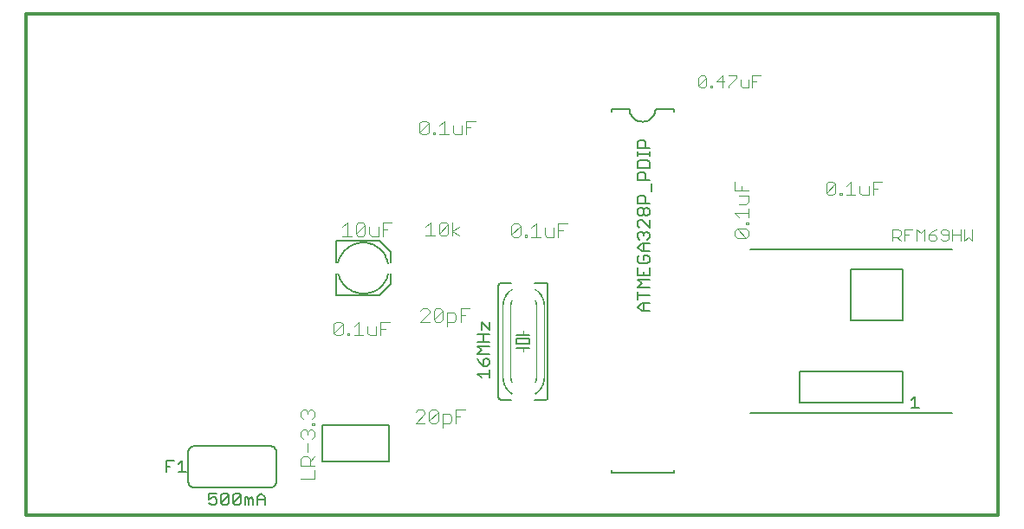
<source format=gto>
G75*
%MOIN*%
%OFA0B0*%
%FSLAX24Y24*%
%IPPOS*%
%LPD*%
%AMOC8*
5,1,8,0,0,1.08239X$1,22.5*
%
%ADD10C,0.0120*%
%ADD11C,0.0080*%
%ADD12C,0.0050*%
%ADD13C,0.0060*%
%ADD14C,0.0040*%
%ADD15C,0.0002*%
%ADD16C,0.0020*%
D10*
X000160Y000160D02*
X037562Y000160D01*
X037562Y019451D01*
X000160Y019451D01*
X000160Y000160D01*
D11*
X011547Y002208D02*
X014127Y002208D01*
X014127Y003608D01*
X011547Y003608D01*
X011547Y002208D01*
X022681Y001896D02*
X022681Y001796D01*
X025081Y001796D01*
X025081Y001896D01*
X028033Y004096D02*
X035789Y004096D01*
X033879Y004490D02*
X029942Y004490D01*
X029942Y005671D01*
X033879Y005671D01*
X033879Y004490D01*
X033879Y007639D02*
X031911Y007639D01*
X031911Y009608D01*
X033879Y009608D01*
X033879Y007639D01*
X035789Y010395D02*
X028033Y010395D01*
X025081Y015696D02*
X025081Y015796D01*
X024381Y015796D01*
X024379Y015752D01*
X024373Y015709D01*
X024364Y015667D01*
X024351Y015625D01*
X024334Y015585D01*
X024314Y015546D01*
X024291Y015509D01*
X024264Y015475D01*
X024235Y015442D01*
X024202Y015413D01*
X024168Y015386D01*
X024131Y015363D01*
X024092Y015343D01*
X024052Y015326D01*
X024010Y015313D01*
X023968Y015304D01*
X023925Y015298D01*
X023881Y015296D01*
X023837Y015298D01*
X023794Y015304D01*
X023752Y015313D01*
X023710Y015326D01*
X023670Y015343D01*
X023631Y015363D01*
X023594Y015386D01*
X023560Y015413D01*
X023527Y015442D01*
X023498Y015475D01*
X023471Y015509D01*
X023448Y015546D01*
X023428Y015585D01*
X023411Y015625D01*
X023398Y015667D01*
X023389Y015709D01*
X023383Y015752D01*
X023381Y015796D01*
X022681Y015796D01*
X022681Y015696D01*
X014185Y010267D02*
X013752Y010700D01*
X012099Y010700D01*
X012099Y009873D01*
X012099Y009440D02*
X012099Y008613D01*
X013752Y008613D01*
X014185Y009046D01*
X014185Y009460D01*
X014185Y009873D02*
X014185Y010267D01*
X014107Y009459D02*
X014092Y009399D01*
X014074Y009340D01*
X014051Y009282D01*
X014025Y009225D01*
X013996Y009171D01*
X013963Y009118D01*
X013927Y009067D01*
X013888Y009019D01*
X013846Y008973D01*
X013801Y008931D01*
X013754Y008890D01*
X013704Y008854D01*
X013652Y008820D01*
X013598Y008789D01*
X013542Y008762D01*
X013484Y008739D01*
X013425Y008719D01*
X013365Y008703D01*
X013305Y008691D01*
X013243Y008682D01*
X013181Y008678D01*
X013119Y008677D01*
X013057Y008680D01*
X012995Y008688D01*
X012934Y008699D01*
X012874Y008713D01*
X012815Y008732D01*
X012757Y008754D01*
X012700Y008780D01*
X012646Y008809D01*
X012593Y008842D01*
X012542Y008878D01*
X012494Y008917D01*
X012448Y008959D01*
X012405Y009004D01*
X012365Y009051D01*
X012328Y009101D01*
X012294Y009153D01*
X012264Y009207D01*
X012237Y009263D01*
X012213Y009321D01*
X012193Y009380D01*
X012177Y009440D01*
X012177Y009873D02*
X012192Y009932D01*
X012210Y009989D01*
X012232Y010046D01*
X012257Y010101D01*
X012286Y010154D01*
X012318Y010206D01*
X012353Y010255D01*
X012391Y010302D01*
X012432Y010347D01*
X012476Y010389D01*
X012522Y010428D01*
X012570Y010464D01*
X012621Y010498D01*
X012674Y010528D01*
X012728Y010554D01*
X012784Y010578D01*
X012841Y010597D01*
X012900Y010613D01*
X012959Y010626D01*
X013019Y010635D01*
X013079Y010640D01*
X013140Y010641D01*
X013201Y010638D01*
X013261Y010632D01*
X013321Y010622D01*
X013380Y010608D01*
X013438Y010591D01*
X013495Y010570D01*
X013550Y010546D01*
X013604Y010518D01*
X013656Y010487D01*
X013706Y010453D01*
X013754Y010415D01*
X013799Y010375D01*
X013842Y010332D01*
X013882Y010287D01*
X013919Y010239D01*
X013953Y010189D01*
X013984Y010137D01*
X014011Y010083D01*
X014036Y010027D01*
X014056Y009970D01*
X014073Y009912D01*
X014087Y009853D01*
D12*
X017683Y007577D02*
X017984Y007277D01*
X017984Y007577D01*
X017683Y007577D02*
X017683Y007277D01*
X017758Y007117D02*
X017758Y006816D01*
X017533Y006816D02*
X017984Y006816D01*
X017984Y006656D02*
X017533Y006656D01*
X017683Y006506D01*
X017533Y006356D01*
X017984Y006356D01*
X017908Y006196D02*
X017833Y006196D01*
X017758Y006121D01*
X017758Y005896D01*
X017908Y005896D01*
X017984Y005971D01*
X017984Y006121D01*
X017908Y006196D01*
X017608Y006046D02*
X017758Y005896D01*
X017608Y006046D02*
X017533Y006196D01*
X017984Y005735D02*
X017984Y005435D01*
X017984Y005585D02*
X017533Y005585D01*
X017683Y005435D01*
X017533Y007117D02*
X017984Y007117D01*
X023695Y008149D02*
X023846Y008299D01*
X024146Y008299D01*
X023921Y008299D02*
X023921Y007999D01*
X023846Y007999D02*
X023695Y008149D01*
X023846Y007999D02*
X024146Y007999D01*
X024146Y008609D02*
X023695Y008609D01*
X023695Y008459D02*
X023695Y008759D01*
X023695Y008919D02*
X023846Y009070D01*
X023695Y009220D01*
X024146Y009220D01*
X024146Y009380D02*
X024146Y009680D01*
X024071Y009840D02*
X024146Y009915D01*
X024146Y010065D01*
X024071Y010141D01*
X023921Y010141D01*
X023921Y009990D01*
X023770Y009840D02*
X024071Y009840D01*
X023770Y009840D02*
X023695Y009915D01*
X023695Y010065D01*
X023770Y010141D01*
X023846Y010301D02*
X023695Y010451D01*
X023846Y010601D01*
X024146Y010601D01*
X024071Y010761D02*
X024146Y010836D01*
X024146Y010986D01*
X024071Y011061D01*
X023996Y011061D01*
X023921Y010986D01*
X023921Y010911D01*
X023921Y010986D02*
X023846Y011061D01*
X023770Y011061D01*
X023695Y010986D01*
X023695Y010836D01*
X023770Y010761D01*
X023921Y010601D02*
X023921Y010301D01*
X023846Y010301D02*
X024146Y010301D01*
X023695Y009680D02*
X023695Y009380D01*
X024146Y009380D01*
X023921Y009380D02*
X023921Y009530D01*
X024146Y008919D02*
X023695Y008919D01*
X023770Y011221D02*
X023695Y011297D01*
X023695Y011447D01*
X023770Y011522D01*
X023846Y011522D01*
X024146Y011221D01*
X024146Y011522D01*
X024071Y011682D02*
X023996Y011682D01*
X023921Y011757D01*
X023921Y011907D01*
X023996Y011982D01*
X024071Y011982D01*
X024146Y011907D01*
X024146Y011757D01*
X024071Y011682D01*
X023921Y011757D02*
X023846Y011682D01*
X023770Y011682D01*
X023695Y011757D01*
X023695Y011907D01*
X023770Y011982D01*
X023846Y011982D01*
X023921Y011907D01*
X023996Y012142D02*
X023996Y012367D01*
X023921Y012442D01*
X023770Y012442D01*
X023695Y012367D01*
X023695Y012142D01*
X024146Y012142D01*
X024221Y012603D02*
X024221Y012903D01*
X024146Y013063D02*
X023695Y013063D01*
X023695Y013288D01*
X023770Y013363D01*
X023921Y013363D01*
X023996Y013288D01*
X023996Y013063D01*
X024146Y013523D02*
X023695Y013523D01*
X023695Y013749D01*
X023770Y013824D01*
X024071Y013824D01*
X024146Y013749D01*
X024146Y013523D01*
X024146Y013984D02*
X024146Y014134D01*
X024146Y014059D02*
X023695Y014059D01*
X023695Y013984D02*
X023695Y014134D01*
X023695Y014291D02*
X023695Y014516D01*
X023770Y014591D01*
X023921Y014591D01*
X023996Y014516D01*
X023996Y014291D01*
X024146Y014291D02*
X023695Y014291D01*
X006164Y002256D02*
X006164Y001805D01*
X006014Y001805D02*
X006314Y001805D01*
X006014Y002106D02*
X006164Y002256D01*
X005853Y002256D02*
X005553Y002256D01*
X005553Y001805D01*
X005553Y002031D02*
X005703Y002031D01*
X007209Y000986D02*
X007209Y000761D01*
X007360Y000836D01*
X007435Y000836D01*
X007510Y000761D01*
X007510Y000610D01*
X007435Y000535D01*
X007284Y000535D01*
X007209Y000610D01*
X007670Y000610D02*
X007745Y000535D01*
X007895Y000535D01*
X007970Y000610D01*
X007970Y000911D01*
X007670Y000610D01*
X007670Y000911D01*
X007745Y000986D01*
X007895Y000986D01*
X007970Y000911D01*
X008130Y000911D02*
X008205Y000986D01*
X008355Y000986D01*
X008430Y000911D01*
X008130Y000610D01*
X008205Y000535D01*
X008355Y000535D01*
X008430Y000610D01*
X008430Y000911D01*
X008591Y000836D02*
X008666Y000836D01*
X008741Y000761D01*
X008816Y000836D01*
X008891Y000761D01*
X008891Y000535D01*
X008741Y000535D02*
X008741Y000761D01*
X008591Y000836D02*
X008591Y000535D01*
X009051Y000535D02*
X009051Y000836D01*
X009201Y000986D01*
X009351Y000836D01*
X009351Y000535D01*
X009351Y000761D02*
X009051Y000761D01*
X008130Y000610D02*
X008130Y000911D01*
X007510Y000986D02*
X007209Y000986D01*
D13*
X006647Y001210D02*
X009547Y001210D01*
X009577Y001212D01*
X009607Y001217D01*
X009636Y001226D01*
X009663Y001239D01*
X009689Y001254D01*
X009713Y001273D01*
X009734Y001294D01*
X009753Y001318D01*
X009768Y001344D01*
X009781Y001371D01*
X009790Y001400D01*
X009795Y001430D01*
X009797Y001460D01*
X009797Y002560D01*
X009795Y002590D01*
X009790Y002620D01*
X009781Y002649D01*
X009768Y002676D01*
X009753Y002702D01*
X009734Y002726D01*
X009713Y002747D01*
X009689Y002766D01*
X009663Y002781D01*
X009636Y002794D01*
X009607Y002803D01*
X009577Y002808D01*
X009547Y002810D01*
X006647Y002810D01*
X006617Y002808D01*
X006587Y002803D01*
X006558Y002794D01*
X006531Y002781D01*
X006505Y002766D01*
X006481Y002747D01*
X006460Y002726D01*
X006441Y002702D01*
X006426Y002676D01*
X006413Y002649D01*
X006404Y002620D01*
X006399Y002590D01*
X006397Y002560D01*
X006397Y001460D01*
X006399Y001430D01*
X006404Y001400D01*
X006413Y001371D01*
X006426Y001344D01*
X006441Y001318D01*
X006460Y001294D01*
X006481Y001273D01*
X006505Y001254D01*
X006531Y001239D01*
X006558Y001226D01*
X006587Y001217D01*
X006617Y001212D01*
X006647Y001210D01*
X018345Y004692D02*
X018345Y008992D01*
X018347Y009009D01*
X018351Y009026D01*
X018358Y009042D01*
X018368Y009056D01*
X018381Y009069D01*
X018395Y009079D01*
X018411Y009086D01*
X018428Y009090D01*
X018445Y009092D01*
X018845Y009092D01*
X019745Y009092D02*
X020145Y009092D01*
X020162Y009090D01*
X020179Y009086D01*
X020195Y009079D01*
X020209Y009069D01*
X020222Y009056D01*
X020232Y009042D01*
X020239Y009026D01*
X020243Y009009D01*
X020245Y008992D01*
X020245Y004692D01*
X020243Y004675D01*
X020239Y004658D01*
X020232Y004642D01*
X020222Y004628D01*
X020209Y004615D01*
X020195Y004605D01*
X020179Y004598D01*
X020162Y004594D01*
X020145Y004592D01*
X019745Y004592D01*
X018845Y004592D02*
X018445Y004592D01*
X018428Y004594D01*
X018411Y004598D01*
X018395Y004605D01*
X018381Y004615D01*
X018368Y004628D01*
X018358Y004642D01*
X018351Y004658D01*
X018347Y004675D01*
X018345Y004692D01*
X019045Y006592D02*
X019295Y006592D01*
X019545Y006592D01*
X019545Y006742D02*
X019045Y006742D01*
X019045Y006942D01*
X019545Y006942D01*
X019545Y006742D01*
X019545Y007092D02*
X019295Y007092D01*
X019045Y007092D01*
X034230Y004569D02*
X034377Y004716D01*
X034377Y004276D01*
X034230Y004276D02*
X034524Y004276D01*
D14*
X034426Y010703D02*
X034426Y011163D01*
X034580Y011010D01*
X034733Y011163D01*
X034733Y010703D01*
X034887Y010779D02*
X034963Y010703D01*
X035117Y010703D01*
X035194Y010779D01*
X035194Y010856D01*
X035117Y010933D01*
X034887Y010933D01*
X034887Y010779D01*
X034887Y010933D02*
X035040Y011086D01*
X035194Y011163D01*
X035347Y011086D02*
X035347Y011010D01*
X035424Y010933D01*
X035654Y010933D01*
X035654Y011086D02*
X035654Y010779D01*
X035577Y010703D01*
X035424Y010703D01*
X035347Y010779D01*
X035808Y010703D02*
X035808Y011163D01*
X035654Y011086D02*
X035577Y011163D01*
X035424Y011163D01*
X035347Y011086D01*
X035808Y010933D02*
X036114Y010933D01*
X036114Y011163D02*
X036114Y010703D01*
X036268Y010703D02*
X036421Y010856D01*
X036575Y010703D01*
X036575Y011163D01*
X036268Y011163D02*
X036268Y010703D01*
X034273Y011163D02*
X033966Y011163D01*
X033966Y010703D01*
X033813Y010703D02*
X033659Y010856D01*
X033736Y010856D02*
X033506Y010856D01*
X033506Y010703D02*
X033506Y011163D01*
X033736Y011163D01*
X033813Y011086D01*
X033813Y010933D01*
X033736Y010856D01*
X033966Y010933D02*
X034119Y010933D01*
X032754Y012467D02*
X032754Y012988D01*
X033101Y012988D01*
X032585Y012814D02*
X032585Y012467D01*
X032325Y012467D01*
X032238Y012554D01*
X032238Y012814D01*
X031896Y012988D02*
X031896Y012467D01*
X031723Y012467D02*
X032070Y012467D01*
X032754Y012728D02*
X032928Y012728D01*
X031896Y012988D02*
X031723Y012814D01*
X031552Y012554D02*
X031552Y012467D01*
X031465Y012467D01*
X031465Y012554D01*
X031552Y012554D01*
X031296Y012554D02*
X031210Y012467D01*
X031036Y012467D01*
X030949Y012554D01*
X031296Y012901D01*
X031296Y012554D01*
X030949Y012554D02*
X030949Y012901D01*
X031036Y012988D01*
X031210Y012988D01*
X031296Y012901D01*
X027946Y012632D02*
X027426Y012632D01*
X027426Y012979D01*
X027686Y012805D02*
X027686Y012632D01*
X027599Y012463D02*
X027946Y012463D01*
X027946Y012203D01*
X027860Y012116D01*
X027599Y012116D01*
X027426Y011774D02*
X027946Y011774D01*
X027946Y011947D02*
X027946Y011600D01*
X027946Y011429D02*
X027860Y011429D01*
X027860Y011343D01*
X027946Y011343D01*
X027946Y011429D01*
X027599Y011600D02*
X027426Y011774D01*
X027513Y011174D02*
X027860Y010827D01*
X027946Y010914D01*
X027946Y011087D01*
X027860Y011174D01*
X027513Y011174D01*
X027426Y011087D01*
X027426Y010914D01*
X027513Y010827D01*
X027860Y010827D01*
X020986Y011381D02*
X020639Y011381D01*
X020639Y010861D01*
X020471Y010861D02*
X020471Y011208D01*
X020639Y011121D02*
X020813Y011121D01*
X020471Y010861D02*
X020210Y010861D01*
X020124Y010948D01*
X020124Y011208D01*
X019782Y011381D02*
X019782Y010861D01*
X019955Y010861D02*
X019608Y010861D01*
X019437Y010861D02*
X019350Y010861D01*
X019350Y010948D01*
X019437Y010948D01*
X019437Y010861D01*
X019182Y010948D02*
X019095Y010861D01*
X018921Y010861D01*
X018835Y010948D01*
X019182Y011295D01*
X019182Y010948D01*
X018835Y010948D02*
X018835Y011295D01*
X018921Y011381D01*
X019095Y011381D01*
X019182Y011295D01*
X019608Y011208D02*
X019782Y011381D01*
X016833Y011246D02*
X016573Y011073D01*
X016833Y010899D01*
X016573Y010899D02*
X016573Y011420D01*
X016404Y011333D02*
X016317Y011420D01*
X016144Y011420D01*
X016057Y011333D01*
X016057Y010986D01*
X016404Y011333D01*
X016404Y010986D01*
X016317Y010899D01*
X016144Y010899D01*
X016057Y010986D01*
X015888Y010899D02*
X015541Y010899D01*
X015715Y010899D02*
X015715Y011420D01*
X015541Y011246D01*
X014236Y011417D02*
X013889Y011417D01*
X013889Y010897D01*
X013720Y010897D02*
X013720Y011244D01*
X013889Y011157D02*
X014063Y011157D01*
X013720Y010897D02*
X013460Y010897D01*
X013373Y010984D01*
X013373Y011244D01*
X013205Y011331D02*
X012858Y010984D01*
X012945Y010897D01*
X013118Y010897D01*
X013205Y010984D01*
X013205Y011331D01*
X013118Y011417D01*
X012945Y011417D01*
X012858Y011331D01*
X012858Y010984D01*
X012689Y010897D02*
X012342Y010897D01*
X012516Y010897D02*
X012516Y011417D01*
X012342Y011244D01*
X015419Y008117D02*
X015332Y008031D01*
X015419Y008117D02*
X015592Y008117D01*
X015679Y008031D01*
X015679Y007944D01*
X015332Y007597D01*
X015679Y007597D01*
X015848Y007684D02*
X016195Y008031D01*
X016195Y007684D01*
X016108Y007597D01*
X015934Y007597D01*
X015848Y007684D01*
X015848Y008031D01*
X015934Y008117D01*
X016108Y008117D01*
X016195Y008031D01*
X016363Y007944D02*
X016623Y007944D01*
X016710Y007857D01*
X016710Y007684D01*
X016623Y007597D01*
X016363Y007597D01*
X016363Y007423D02*
X016363Y007944D01*
X016879Y007857D02*
X017052Y007857D01*
X016879Y007597D02*
X016879Y008117D01*
X017226Y008117D01*
X014158Y007590D02*
X013811Y007590D01*
X013811Y007070D01*
X013642Y007070D02*
X013642Y007417D01*
X013811Y007330D02*
X013985Y007330D01*
X013642Y007070D02*
X013382Y007070D01*
X013295Y007156D01*
X013295Y007417D01*
X012953Y007590D02*
X012953Y007070D01*
X012780Y007070D02*
X013127Y007070D01*
X012780Y007417D02*
X012953Y007590D01*
X012609Y007156D02*
X012609Y007070D01*
X012522Y007070D01*
X012522Y007156D01*
X012609Y007156D01*
X012353Y007156D02*
X012267Y007070D01*
X012093Y007070D01*
X012006Y007156D01*
X012353Y007503D01*
X012353Y007156D01*
X012006Y007156D02*
X012006Y007503D01*
X012093Y007590D01*
X012267Y007590D01*
X012353Y007503D01*
X011177Y004207D02*
X011264Y004120D01*
X011264Y003947D01*
X011177Y003860D01*
X011177Y003689D02*
X011264Y003689D01*
X011264Y003602D01*
X011177Y003602D01*
X011177Y003689D01*
X011177Y003433D02*
X011264Y003347D01*
X011264Y003173D01*
X011177Y003086D01*
X011004Y002918D02*
X011004Y002571D01*
X011004Y002402D02*
X010830Y002402D01*
X010743Y002315D01*
X010743Y002055D01*
X011264Y002055D01*
X011264Y001886D02*
X011264Y001539D01*
X010743Y001539D01*
X011090Y002055D02*
X011090Y002315D01*
X011004Y002402D01*
X011090Y002229D02*
X011264Y002402D01*
X010830Y003086D02*
X010743Y003173D01*
X010743Y003347D01*
X010830Y003433D01*
X010917Y003433D01*
X011004Y003347D01*
X011090Y003433D01*
X011177Y003433D01*
X011004Y003347D02*
X011004Y003260D01*
X010830Y003860D02*
X010743Y003947D01*
X010743Y004120D01*
X010830Y004207D01*
X010917Y004207D01*
X011004Y004120D01*
X011090Y004207D01*
X011177Y004207D01*
X011004Y004120D02*
X011004Y004033D01*
X015156Y004124D02*
X015243Y004211D01*
X015416Y004211D01*
X015503Y004124D01*
X015503Y004038D01*
X015156Y003691D01*
X015503Y003691D01*
X015672Y003777D02*
X015758Y003691D01*
X015932Y003691D01*
X016019Y003777D01*
X016019Y004124D01*
X015672Y003777D01*
X015672Y004124D01*
X015758Y004211D01*
X015932Y004211D01*
X016019Y004124D01*
X016187Y004038D02*
X016447Y004038D01*
X016534Y003951D01*
X016534Y003777D01*
X016447Y003691D01*
X016187Y003691D01*
X016187Y003517D02*
X016187Y004038D01*
X016703Y003951D02*
X016876Y003951D01*
X016703Y004211D02*
X017050Y004211D01*
X016703Y004211D02*
X016703Y003691D01*
X016675Y014808D02*
X016589Y014895D01*
X016589Y015155D01*
X016936Y015155D02*
X016936Y014808D01*
X016675Y014808D01*
X016420Y014808D02*
X016073Y014808D01*
X015902Y014808D02*
X015815Y014808D01*
X015815Y014895D01*
X015902Y014895D01*
X015902Y014808D01*
X015646Y014895D02*
X015560Y014808D01*
X015386Y014808D01*
X015299Y014895D01*
X015646Y015242D01*
X015646Y014895D01*
X015299Y014895D02*
X015299Y015242D01*
X015386Y015329D01*
X015560Y015329D01*
X015646Y015242D01*
X016073Y015155D02*
X016246Y015329D01*
X016246Y014808D01*
X017104Y014808D02*
X017104Y015329D01*
X017451Y015329D01*
X017278Y015068D02*
X017104Y015068D01*
X026038Y016682D02*
X026114Y016605D01*
X026268Y016605D01*
X026345Y016682D01*
X026345Y016989D01*
X026038Y016682D01*
X026038Y016989D01*
X026114Y017066D01*
X026268Y017066D01*
X026345Y016989D01*
X026498Y016682D02*
X026575Y016682D01*
X026575Y016605D01*
X026498Y016605D01*
X026498Y016682D01*
X026728Y016836D02*
X027035Y016836D01*
X027189Y016682D02*
X027189Y016605D01*
X027189Y016682D02*
X027496Y016989D01*
X027496Y017066D01*
X027189Y017066D01*
X026958Y017066D02*
X026728Y016836D01*
X026958Y016605D02*
X026958Y017066D01*
X027649Y016912D02*
X027649Y016682D01*
X027726Y016605D01*
X027956Y016605D01*
X027956Y016912D01*
X028109Y016836D02*
X028263Y016836D01*
X028109Y017066D02*
X028109Y016605D01*
X028109Y017066D02*
X028416Y017066D01*
D15*
X018840Y008860D02*
X018850Y008845D01*
X018849Y008845D02*
X018805Y008813D01*
X018763Y008778D01*
X018724Y008739D01*
X018687Y008698D01*
X018654Y008655D01*
X018623Y008610D01*
X018596Y008562D01*
X018572Y008513D01*
X018551Y008462D01*
X018535Y008410D01*
X018521Y008356D01*
X018512Y008302D01*
X018506Y008248D01*
X018504Y008193D01*
X018487Y008192D01*
X018486Y008193D01*
X018488Y008249D01*
X018494Y008305D01*
X018504Y008360D01*
X018517Y008415D01*
X018534Y008468D01*
X018555Y008520D01*
X018580Y008570D01*
X018608Y008619D01*
X018639Y008666D01*
X018674Y008710D01*
X018711Y008752D01*
X018751Y008791D01*
X018794Y008827D01*
X018839Y008860D01*
X018840Y008859D01*
X018795Y008826D01*
X018752Y008790D01*
X018712Y008751D01*
X018674Y008709D01*
X018640Y008665D01*
X018609Y008618D01*
X018581Y008570D01*
X018556Y008519D01*
X018535Y008468D01*
X018518Y008414D01*
X018505Y008360D01*
X018495Y008305D01*
X018489Y008249D01*
X018487Y008193D01*
X018488Y008193D01*
X018490Y008249D01*
X018496Y008305D01*
X018506Y008360D01*
X018519Y008414D01*
X018536Y008467D01*
X018557Y008519D01*
X018582Y008569D01*
X018610Y008618D01*
X018641Y008664D01*
X018675Y008709D01*
X018712Y008750D01*
X018752Y008789D01*
X018795Y008826D01*
X018840Y008859D01*
X018841Y008858D01*
X018796Y008825D01*
X018753Y008789D01*
X018713Y008750D01*
X018676Y008708D01*
X018642Y008664D01*
X018610Y008617D01*
X018583Y008569D01*
X018558Y008519D01*
X018537Y008467D01*
X018520Y008414D01*
X018507Y008359D01*
X018497Y008304D01*
X018491Y008249D01*
X018489Y008193D01*
X018490Y008193D01*
X018492Y008249D01*
X018498Y008304D01*
X018508Y008359D01*
X018521Y008413D01*
X018538Y008467D01*
X018559Y008518D01*
X018583Y008568D01*
X018611Y008617D01*
X018642Y008663D01*
X018677Y008707D01*
X018714Y008749D01*
X018754Y008788D01*
X018796Y008824D01*
X018841Y008857D01*
X018842Y008856D01*
X018797Y008823D01*
X018754Y008787D01*
X018715Y008748D01*
X018677Y008707D01*
X018643Y008663D01*
X018612Y008616D01*
X018584Y008568D01*
X018560Y008518D01*
X018539Y008466D01*
X018522Y008413D01*
X018509Y008359D01*
X018499Y008304D01*
X018493Y008249D01*
X018491Y008193D01*
X018492Y008193D01*
X018494Y008249D01*
X018500Y008304D01*
X018510Y008359D01*
X018523Y008413D01*
X018540Y008466D01*
X018561Y008517D01*
X018585Y008568D01*
X018613Y008616D01*
X018644Y008662D01*
X018678Y008706D01*
X018715Y008748D01*
X018755Y008786D01*
X018798Y008822D01*
X018842Y008855D01*
X018843Y008855D01*
X018798Y008822D01*
X018756Y008786D01*
X018716Y008747D01*
X018679Y008705D01*
X018645Y008661D01*
X018614Y008615D01*
X018586Y008567D01*
X018562Y008517D01*
X018541Y008465D01*
X018524Y008413D01*
X018510Y008359D01*
X018501Y008304D01*
X018495Y008249D01*
X018493Y008193D01*
X018494Y008193D01*
X018496Y008248D01*
X018502Y008304D01*
X018511Y008358D01*
X018525Y008412D01*
X018542Y008465D01*
X018563Y008517D01*
X018587Y008567D01*
X018615Y008615D01*
X018646Y008661D01*
X018680Y008705D01*
X018717Y008746D01*
X018756Y008785D01*
X018799Y008821D01*
X018844Y008854D01*
X018844Y008853D01*
X018799Y008820D01*
X018757Y008784D01*
X018717Y008746D01*
X018680Y008704D01*
X018646Y008660D01*
X018616Y008614D01*
X018588Y008566D01*
X018564Y008516D01*
X018543Y008465D01*
X018526Y008412D01*
X018512Y008358D01*
X018503Y008304D01*
X018497Y008248D01*
X018495Y008193D01*
X018496Y008193D01*
X018498Y008248D01*
X018504Y008303D01*
X018513Y008358D01*
X018527Y008412D01*
X018544Y008464D01*
X018565Y008516D01*
X018589Y008566D01*
X018616Y008614D01*
X018647Y008660D01*
X018681Y008704D01*
X018718Y008745D01*
X018758Y008783D01*
X018800Y008819D01*
X018845Y008852D01*
X018845Y008851D01*
X018801Y008818D01*
X018758Y008783D01*
X018719Y008744D01*
X018682Y008703D01*
X018648Y008659D01*
X018617Y008613D01*
X018590Y008565D01*
X018565Y008515D01*
X018545Y008464D01*
X018528Y008411D01*
X018514Y008358D01*
X018505Y008303D01*
X018499Y008248D01*
X018497Y008193D01*
X018498Y008193D01*
X018500Y008248D01*
X018506Y008303D01*
X018515Y008358D01*
X018529Y008411D01*
X018546Y008464D01*
X018566Y008515D01*
X018591Y008565D01*
X018618Y008613D01*
X018649Y008659D01*
X018683Y008702D01*
X018720Y008743D01*
X018759Y008782D01*
X018801Y008818D01*
X018846Y008850D01*
X018802Y008817D01*
X018760Y008781D01*
X018720Y008743D01*
X018683Y008702D01*
X018650Y008658D01*
X018619Y008612D01*
X018591Y008564D01*
X018567Y008515D01*
X018547Y008463D01*
X018530Y008411D01*
X018516Y008357D01*
X018507Y008303D01*
X018501Y008248D01*
X018499Y008193D01*
X018500Y008193D01*
X018502Y008248D01*
X018508Y008303D01*
X018517Y008357D01*
X018531Y008411D01*
X018548Y008463D01*
X018568Y008514D01*
X018592Y008564D01*
X018620Y008612D01*
X018650Y008657D01*
X018684Y008701D01*
X018721Y008742D01*
X018760Y008780D01*
X018803Y008816D01*
X018847Y008849D01*
X018848Y008848D01*
X018803Y008815D01*
X018761Y008780D01*
X018722Y008741D01*
X018685Y008700D01*
X018651Y008657D01*
X018621Y008611D01*
X018593Y008563D01*
X018569Y008514D01*
X018549Y008463D01*
X018532Y008410D01*
X018518Y008357D01*
X018509Y008303D01*
X018503Y008248D01*
X018501Y008193D01*
X018502Y008193D01*
X018504Y008248D01*
X018510Y008303D01*
X018519Y008357D01*
X018533Y008410D01*
X018550Y008462D01*
X018570Y008513D01*
X018594Y008563D01*
X018621Y008611D01*
X018652Y008656D01*
X018686Y008700D01*
X018722Y008741D01*
X018762Y008779D01*
X018804Y008815D01*
X018848Y008847D01*
X018849Y008846D01*
X018804Y008814D01*
X018763Y008778D01*
X018723Y008740D01*
X018687Y008699D01*
X018653Y008656D01*
X018622Y008610D01*
X018595Y008562D01*
X018571Y008513D01*
X018550Y008462D01*
X018534Y008410D01*
X018520Y008357D01*
X018511Y008302D01*
X018505Y008248D01*
X018503Y008193D01*
X020103Y008193D02*
X020085Y008193D01*
X020086Y008193D02*
X020084Y008248D01*
X020078Y008302D01*
X020069Y008356D01*
X020055Y008410D01*
X020039Y008462D01*
X020018Y008513D01*
X019994Y008562D01*
X019967Y008610D01*
X019936Y008655D01*
X019903Y008698D01*
X019866Y008739D01*
X019827Y008778D01*
X019785Y008813D01*
X019741Y008845D01*
X019750Y008860D01*
X019751Y008860D01*
X019796Y008827D01*
X019839Y008791D01*
X019879Y008752D01*
X019916Y008710D01*
X019951Y008666D01*
X019982Y008619D01*
X020010Y008570D01*
X020035Y008520D01*
X020055Y008468D01*
X020073Y008415D01*
X020086Y008360D01*
X020096Y008305D01*
X020102Y008249D01*
X020104Y008193D01*
X020103Y008193D01*
X020101Y008249D01*
X020095Y008305D01*
X020085Y008360D01*
X020072Y008414D01*
X020055Y008468D01*
X020034Y008520D01*
X020009Y008570D01*
X019981Y008619D01*
X019950Y008665D01*
X019916Y008709D01*
X019878Y008751D01*
X019838Y008790D01*
X019795Y008826D01*
X019750Y008860D01*
X019750Y008859D01*
X019795Y008826D01*
X019838Y008789D01*
X019878Y008750D01*
X019915Y008709D01*
X019949Y008664D01*
X019980Y008618D01*
X020008Y008569D01*
X020033Y008519D01*
X020054Y008467D01*
X020071Y008414D01*
X020084Y008360D01*
X020094Y008305D01*
X020100Y008249D01*
X020102Y008193D01*
X020101Y008193D01*
X020099Y008249D01*
X020093Y008304D01*
X020083Y008360D01*
X020070Y008414D01*
X020053Y008467D01*
X020032Y008519D01*
X020007Y008569D01*
X019980Y008617D01*
X019948Y008664D01*
X019914Y008708D01*
X019877Y008750D01*
X019837Y008789D01*
X019794Y008825D01*
X019749Y008858D01*
X019749Y008857D01*
X019794Y008824D01*
X019836Y008788D01*
X019876Y008749D01*
X019913Y008707D01*
X019948Y008663D01*
X019979Y008617D01*
X020007Y008569D01*
X020031Y008518D01*
X020052Y008467D01*
X020069Y008413D01*
X020082Y008359D01*
X020092Y008304D01*
X020098Y008249D01*
X020100Y008193D01*
X020099Y008193D01*
X020097Y008249D01*
X020091Y008304D01*
X020081Y008359D01*
X020068Y008413D01*
X020051Y008466D01*
X020030Y008518D01*
X020006Y008568D01*
X019978Y008616D01*
X019947Y008663D01*
X019913Y008707D01*
X019875Y008748D01*
X019836Y008787D01*
X019793Y008823D01*
X019748Y008856D01*
X019747Y008855D01*
X019792Y008822D01*
X019835Y008786D01*
X019875Y008748D01*
X019912Y008706D01*
X019946Y008662D01*
X019977Y008616D01*
X020005Y008568D01*
X020029Y008518D01*
X020050Y008466D01*
X020067Y008413D01*
X020080Y008359D01*
X020090Y008304D01*
X020096Y008249D01*
X020098Y008193D01*
X020097Y008193D01*
X020095Y008249D01*
X020089Y008304D01*
X020079Y008359D01*
X020066Y008413D01*
X020049Y008466D01*
X020028Y008517D01*
X020004Y008567D01*
X019976Y008615D01*
X019945Y008662D01*
X019911Y008705D01*
X019874Y008747D01*
X019834Y008786D01*
X019792Y008822D01*
X019747Y008855D01*
X019746Y008854D01*
X019791Y008821D01*
X019834Y008785D01*
X019873Y008746D01*
X019910Y008705D01*
X019944Y008661D01*
X019975Y008615D01*
X020003Y008567D01*
X020027Y008517D01*
X020048Y008465D01*
X020065Y008412D01*
X020079Y008358D01*
X020088Y008304D01*
X020094Y008249D01*
X020096Y008193D01*
X020095Y008193D01*
X020093Y008248D01*
X020087Y008304D01*
X020078Y008358D01*
X020064Y008412D01*
X020047Y008465D01*
X020026Y008516D01*
X020002Y008566D01*
X019974Y008614D01*
X019944Y008660D01*
X019910Y008704D01*
X019873Y008746D01*
X019833Y008784D01*
X019790Y008820D01*
X019746Y008853D01*
X019745Y008852D01*
X019790Y008819D01*
X019832Y008783D01*
X019872Y008745D01*
X019909Y008704D01*
X019943Y008660D01*
X019974Y008614D01*
X020001Y008566D01*
X020025Y008516D01*
X020046Y008465D01*
X020063Y008412D01*
X020077Y008358D01*
X020086Y008304D01*
X020092Y008248D01*
X020094Y008193D01*
X020093Y008193D01*
X020091Y008248D01*
X020085Y008303D01*
X020076Y008358D01*
X020062Y008412D01*
X020045Y008464D01*
X020024Y008516D01*
X020000Y008565D01*
X019973Y008613D01*
X019942Y008659D01*
X019908Y008703D01*
X019871Y008744D01*
X019831Y008783D01*
X019789Y008819D01*
X019745Y008851D01*
X019744Y008850D01*
X019789Y008818D01*
X019831Y008782D01*
X019870Y008743D01*
X019907Y008702D01*
X019941Y008659D01*
X019972Y008613D01*
X019999Y008565D01*
X020024Y008515D01*
X020044Y008464D01*
X020061Y008411D01*
X020075Y008358D01*
X020084Y008303D01*
X020090Y008248D01*
X020092Y008193D01*
X020091Y008193D01*
X020089Y008248D01*
X020083Y008303D01*
X020074Y008357D01*
X020060Y008411D01*
X020043Y008463D01*
X020023Y008515D01*
X019999Y008564D01*
X019971Y008612D01*
X019940Y008658D01*
X019906Y008702D01*
X019870Y008743D01*
X019830Y008781D01*
X019788Y008817D01*
X019744Y008850D01*
X019743Y008849D01*
X019787Y008816D01*
X019829Y008781D01*
X019869Y008742D01*
X019906Y008701D01*
X019940Y008657D01*
X019970Y008612D01*
X019998Y008564D01*
X020022Y008514D01*
X020042Y008463D01*
X020059Y008411D01*
X020073Y008357D01*
X020082Y008303D01*
X020088Y008248D01*
X020090Y008193D01*
X020089Y008193D01*
X020087Y008248D01*
X020081Y008303D01*
X020072Y008357D01*
X020058Y008410D01*
X020041Y008463D01*
X020021Y008514D01*
X019997Y008563D01*
X019969Y008611D01*
X019939Y008657D01*
X019905Y008700D01*
X019868Y008741D01*
X019829Y008780D01*
X019787Y008815D01*
X019742Y008848D01*
X019742Y008847D01*
X019786Y008815D01*
X019828Y008779D01*
X019868Y008741D01*
X019904Y008700D01*
X019938Y008656D01*
X019969Y008611D01*
X019996Y008563D01*
X020020Y008513D01*
X020040Y008462D01*
X020057Y008410D01*
X020071Y008357D01*
X020080Y008303D01*
X020086Y008248D01*
X020088Y008193D01*
X020087Y008193D01*
X020085Y008248D01*
X020079Y008303D01*
X020070Y008357D01*
X020056Y008410D01*
X020040Y008462D01*
X020019Y008513D01*
X019995Y008562D01*
X019968Y008610D01*
X019937Y008656D01*
X019903Y008699D01*
X019867Y008740D01*
X019827Y008778D01*
X019786Y008814D01*
X019741Y008846D01*
X018837Y008412D02*
X018853Y008405D01*
X018835Y008365D01*
X018822Y008323D01*
X018812Y008280D01*
X018806Y008237D01*
X018804Y008193D01*
X018787Y008192D01*
X018786Y008193D01*
X018787Y008231D01*
X018792Y008269D01*
X018799Y008306D01*
X018809Y008342D01*
X018821Y008378D01*
X018836Y008413D01*
X018837Y008413D01*
X018822Y008378D01*
X018810Y008342D01*
X018800Y008306D01*
X018793Y008268D01*
X018788Y008231D01*
X018787Y008193D01*
X018788Y008193D01*
X018789Y008231D01*
X018794Y008268D01*
X018801Y008305D01*
X018811Y008342D01*
X018823Y008377D01*
X018838Y008412D01*
X018839Y008412D01*
X018824Y008377D01*
X018812Y008342D01*
X018802Y008305D01*
X018795Y008268D01*
X018790Y008231D01*
X018789Y008193D01*
X018790Y008193D01*
X018791Y008231D01*
X018796Y008268D01*
X018803Y008305D01*
X018813Y008341D01*
X018825Y008377D01*
X018840Y008411D01*
X018841Y008411D01*
X018826Y008376D01*
X018814Y008341D01*
X018804Y008305D01*
X018797Y008268D01*
X018792Y008231D01*
X018791Y008193D01*
X018792Y008193D01*
X018793Y008230D01*
X018798Y008268D01*
X018805Y008304D01*
X018814Y008341D01*
X018827Y008376D01*
X018842Y008410D01*
X018843Y008410D01*
X018828Y008376D01*
X018815Y008340D01*
X018806Y008304D01*
X018799Y008268D01*
X018794Y008230D01*
X018793Y008193D01*
X018794Y008193D01*
X018795Y008230D01*
X018800Y008267D01*
X018807Y008304D01*
X018816Y008340D01*
X018829Y008375D01*
X018844Y008409D01*
X018845Y008409D01*
X018830Y008375D01*
X018817Y008340D01*
X018808Y008304D01*
X018801Y008267D01*
X018796Y008230D01*
X018795Y008193D01*
X018796Y008193D01*
X018797Y008230D01*
X018802Y008267D01*
X018809Y008304D01*
X018818Y008339D01*
X018831Y008375D01*
X018845Y008409D01*
X018846Y008408D01*
X018832Y008374D01*
X018819Y008339D01*
X018810Y008303D01*
X018803Y008267D01*
X018798Y008230D01*
X018797Y008193D01*
X018798Y008193D01*
X018799Y008230D01*
X018804Y008267D01*
X018811Y008303D01*
X018820Y008339D01*
X018832Y008374D01*
X018847Y008408D01*
X018848Y008407D01*
X018831Y008367D01*
X018817Y008324D01*
X018807Y008281D01*
X018801Y008237D01*
X018799Y008193D01*
X018800Y008193D01*
X018802Y008237D01*
X018808Y008281D01*
X018818Y008324D01*
X018832Y008366D01*
X018849Y008407D01*
X018850Y008406D01*
X018833Y008366D01*
X018819Y008324D01*
X018809Y008281D01*
X018803Y008237D01*
X018801Y008193D01*
X018802Y008193D01*
X018804Y008237D01*
X018810Y008281D01*
X018820Y008324D01*
X018834Y008365D01*
X018851Y008406D01*
X018852Y008406D01*
X018834Y008365D01*
X018821Y008323D01*
X018811Y008280D01*
X018805Y008237D01*
X018803Y008193D01*
X019803Y008192D02*
X019785Y008192D01*
X019786Y008193D02*
X019784Y008237D01*
X019778Y008280D01*
X019768Y008323D01*
X019755Y008365D01*
X019737Y008405D01*
X019753Y008412D01*
X019754Y008413D01*
X019769Y008378D01*
X019781Y008342D01*
X019791Y008306D01*
X019798Y008269D01*
X019803Y008231D01*
X019804Y008193D01*
X019803Y008193D01*
X019802Y008231D01*
X019797Y008268D01*
X019790Y008306D01*
X019780Y008342D01*
X019768Y008378D01*
X019753Y008413D01*
X019752Y008412D01*
X019767Y008377D01*
X019779Y008342D01*
X019789Y008305D01*
X019796Y008268D01*
X019801Y008231D01*
X019802Y008193D01*
X019801Y008193D01*
X019800Y008231D01*
X019795Y008268D01*
X019788Y008305D01*
X019778Y008342D01*
X019766Y008377D01*
X019751Y008412D01*
X019750Y008411D01*
X019765Y008377D01*
X019777Y008341D01*
X019787Y008305D01*
X019794Y008268D01*
X019799Y008231D01*
X019800Y008193D01*
X019799Y008193D01*
X019798Y008231D01*
X019793Y008268D01*
X019786Y008305D01*
X019776Y008341D01*
X019764Y008376D01*
X019749Y008411D01*
X019748Y008410D01*
X019763Y008376D01*
X019776Y008341D01*
X019785Y008304D01*
X019792Y008268D01*
X019797Y008230D01*
X019798Y008193D01*
X019797Y008193D01*
X019796Y008230D01*
X019791Y008268D01*
X019784Y008304D01*
X019775Y008340D01*
X019762Y008376D01*
X019747Y008410D01*
X019746Y008409D01*
X019761Y008375D01*
X019774Y008340D01*
X019783Y008304D01*
X019790Y008267D01*
X019795Y008230D01*
X019796Y008193D01*
X019795Y008193D01*
X019794Y008230D01*
X019789Y008267D01*
X019782Y008304D01*
X019773Y008340D01*
X019760Y008375D01*
X019745Y008409D01*
X019759Y008375D01*
X019772Y008339D01*
X019781Y008304D01*
X019788Y008267D01*
X019793Y008230D01*
X019794Y008193D01*
X019793Y008193D01*
X019792Y008230D01*
X019787Y008267D01*
X019780Y008303D01*
X019771Y008339D01*
X019758Y008374D01*
X019744Y008408D01*
X019743Y008408D01*
X019758Y008374D01*
X019770Y008339D01*
X019779Y008303D01*
X019786Y008267D01*
X019791Y008230D01*
X019792Y008193D01*
X019791Y008193D01*
X019789Y008237D01*
X019783Y008281D01*
X019773Y008324D01*
X019759Y008367D01*
X019742Y008407D01*
X019741Y008407D01*
X019758Y008366D01*
X019772Y008324D01*
X019782Y008281D01*
X019788Y008237D01*
X019790Y008193D01*
X019789Y008193D01*
X019787Y008237D01*
X019781Y008281D01*
X019771Y008324D01*
X019757Y008366D01*
X019740Y008406D01*
X019739Y008406D01*
X019756Y008365D01*
X019770Y008324D01*
X019780Y008281D01*
X019786Y008237D01*
X019788Y008193D01*
X019787Y008193D01*
X019785Y008237D01*
X019779Y008280D01*
X019769Y008323D01*
X019756Y008365D01*
X019738Y008406D01*
X018487Y005491D02*
X018505Y005491D01*
X018504Y005491D02*
X018506Y005436D01*
X018512Y005382D01*
X018521Y005328D01*
X018535Y005274D01*
X018551Y005222D01*
X018572Y005171D01*
X018596Y005122D01*
X018623Y005074D01*
X018654Y005029D01*
X018687Y004986D01*
X018724Y004945D01*
X018763Y004906D01*
X018805Y004871D01*
X018849Y004839D01*
X018840Y004824D01*
X018839Y004824D01*
X018794Y004857D01*
X018751Y004893D01*
X018711Y004932D01*
X018674Y004974D01*
X018639Y005018D01*
X018608Y005065D01*
X018580Y005114D01*
X018555Y005164D01*
X018535Y005216D01*
X018517Y005269D01*
X018504Y005324D01*
X018494Y005379D01*
X018488Y005435D01*
X018486Y005491D01*
X018487Y005491D01*
X018489Y005435D01*
X018495Y005379D01*
X018505Y005324D01*
X018518Y005270D01*
X018535Y005216D01*
X018556Y005164D01*
X018581Y005114D01*
X018609Y005065D01*
X018640Y005019D01*
X018674Y004975D01*
X018712Y004933D01*
X018752Y004894D01*
X018795Y004858D01*
X018840Y004824D01*
X018840Y004825D01*
X018795Y004858D01*
X018752Y004895D01*
X018712Y004934D01*
X018675Y004975D01*
X018641Y005020D01*
X018610Y005066D01*
X018582Y005115D01*
X018557Y005165D01*
X018536Y005217D01*
X018519Y005270D01*
X018506Y005324D01*
X018496Y005379D01*
X018490Y005435D01*
X018488Y005491D01*
X018489Y005491D01*
X018491Y005435D01*
X018497Y005380D01*
X018507Y005325D01*
X018520Y005270D01*
X018537Y005217D01*
X018558Y005165D01*
X018583Y005115D01*
X018610Y005067D01*
X018642Y005020D01*
X018676Y004976D01*
X018713Y004934D01*
X018753Y004895D01*
X018796Y004859D01*
X018841Y004826D01*
X018841Y004827D01*
X018796Y004860D01*
X018754Y004896D01*
X018714Y004935D01*
X018677Y004977D01*
X018642Y005021D01*
X018611Y005067D01*
X018583Y005115D01*
X018559Y005166D01*
X018538Y005217D01*
X018521Y005271D01*
X018508Y005325D01*
X018498Y005380D01*
X018492Y005435D01*
X018490Y005491D01*
X018491Y005491D01*
X018493Y005435D01*
X018499Y005380D01*
X018509Y005325D01*
X018522Y005271D01*
X018539Y005218D01*
X018560Y005166D01*
X018584Y005116D01*
X018612Y005068D01*
X018643Y005021D01*
X018677Y004977D01*
X018715Y004936D01*
X018754Y004897D01*
X018797Y004861D01*
X018842Y004828D01*
X018843Y004829D01*
X018798Y004862D01*
X018755Y004898D01*
X018715Y004936D01*
X018678Y004978D01*
X018644Y005022D01*
X018613Y005068D01*
X018585Y005116D01*
X018561Y005166D01*
X018540Y005218D01*
X018523Y005271D01*
X018510Y005325D01*
X018500Y005380D01*
X018494Y005435D01*
X018492Y005491D01*
X018493Y005491D01*
X018495Y005435D01*
X018501Y005380D01*
X018511Y005325D01*
X018524Y005271D01*
X018541Y005218D01*
X018562Y005167D01*
X018586Y005117D01*
X018614Y005069D01*
X018645Y005022D01*
X018679Y004979D01*
X018716Y004937D01*
X018756Y004898D01*
X018798Y004862D01*
X018843Y004829D01*
X018844Y004830D01*
X018799Y004863D01*
X018756Y004899D01*
X018717Y004938D01*
X018680Y004979D01*
X018646Y005023D01*
X018615Y005069D01*
X018587Y005117D01*
X018563Y005167D01*
X018542Y005219D01*
X018525Y005272D01*
X018511Y005326D01*
X018502Y005380D01*
X018496Y005435D01*
X018494Y005491D01*
X018495Y005491D01*
X018497Y005436D01*
X018503Y005380D01*
X018512Y005326D01*
X018526Y005272D01*
X018543Y005219D01*
X018564Y005168D01*
X018588Y005118D01*
X018616Y005070D01*
X018646Y005024D01*
X018680Y004980D01*
X018717Y004938D01*
X018757Y004900D01*
X018799Y004864D01*
X018844Y004831D01*
X018845Y004832D01*
X018800Y004865D01*
X018758Y004901D01*
X018718Y004939D01*
X018681Y004980D01*
X018647Y005024D01*
X018616Y005070D01*
X018589Y005118D01*
X018565Y005168D01*
X018544Y005220D01*
X018527Y005272D01*
X018513Y005326D01*
X018504Y005381D01*
X018498Y005436D01*
X018496Y005491D01*
X018497Y005491D01*
X018499Y005436D01*
X018505Y005381D01*
X018514Y005326D01*
X018528Y005272D01*
X018545Y005220D01*
X018566Y005169D01*
X018590Y005119D01*
X018617Y005071D01*
X018648Y005025D01*
X018682Y004981D01*
X018719Y004940D01*
X018758Y004901D01*
X018801Y004866D01*
X018845Y004833D01*
X018846Y004834D01*
X018801Y004866D01*
X018759Y004902D01*
X018720Y004941D01*
X018683Y004982D01*
X018649Y005025D01*
X018618Y005071D01*
X018591Y005119D01*
X018566Y005169D01*
X018546Y005220D01*
X018529Y005273D01*
X018515Y005326D01*
X018506Y005381D01*
X018500Y005436D01*
X018498Y005491D01*
X018499Y005491D01*
X018501Y005436D01*
X018507Y005381D01*
X018516Y005327D01*
X018530Y005273D01*
X018547Y005221D01*
X018567Y005169D01*
X018591Y005120D01*
X018619Y005072D01*
X018650Y005026D01*
X018684Y004982D01*
X018720Y004941D01*
X018760Y004903D01*
X018802Y004867D01*
X018846Y004834D01*
X018847Y004835D01*
X018803Y004868D01*
X018761Y004903D01*
X018721Y004942D01*
X018684Y004983D01*
X018650Y005027D01*
X018620Y005072D01*
X018592Y005120D01*
X018568Y005170D01*
X018548Y005221D01*
X018531Y005273D01*
X018517Y005327D01*
X018508Y005381D01*
X018502Y005436D01*
X018500Y005491D01*
X018501Y005491D01*
X018503Y005436D01*
X018509Y005381D01*
X018518Y005327D01*
X018532Y005274D01*
X018549Y005221D01*
X018569Y005170D01*
X018593Y005121D01*
X018621Y005073D01*
X018651Y005027D01*
X018685Y004984D01*
X018722Y004943D01*
X018761Y004904D01*
X018803Y004869D01*
X018848Y004836D01*
X018848Y004837D01*
X018804Y004869D01*
X018762Y004905D01*
X018722Y004943D01*
X018686Y004984D01*
X018652Y005028D01*
X018621Y005073D01*
X018594Y005121D01*
X018570Y005171D01*
X018550Y005222D01*
X018533Y005274D01*
X018519Y005327D01*
X018510Y005381D01*
X018504Y005436D01*
X018502Y005491D01*
X018503Y005491D01*
X018505Y005436D01*
X018511Y005381D01*
X018520Y005327D01*
X018534Y005274D01*
X018550Y005222D01*
X018571Y005171D01*
X018595Y005122D01*
X018622Y005074D01*
X018653Y005028D01*
X018687Y004985D01*
X018723Y004944D01*
X018763Y004906D01*
X018804Y004870D01*
X018849Y004838D01*
X019750Y004824D02*
X019740Y004839D01*
X019741Y004839D02*
X019785Y004871D01*
X019827Y004906D01*
X019866Y004945D01*
X019903Y004986D01*
X019936Y005029D01*
X019967Y005074D01*
X019994Y005122D01*
X020018Y005171D01*
X020039Y005222D01*
X020055Y005274D01*
X020069Y005328D01*
X020078Y005382D01*
X020084Y005436D01*
X020086Y005491D01*
X020103Y005492D01*
X020104Y005491D01*
X020102Y005435D01*
X020096Y005379D01*
X020086Y005324D01*
X020073Y005269D01*
X020056Y005216D01*
X020035Y005164D01*
X020010Y005114D01*
X019982Y005065D01*
X019951Y005018D01*
X019916Y004974D01*
X019879Y004932D01*
X019839Y004893D01*
X019796Y004857D01*
X019751Y004824D01*
X019750Y004825D01*
X019795Y004858D01*
X019838Y004894D01*
X019878Y004933D01*
X019916Y004975D01*
X019950Y005019D01*
X019981Y005066D01*
X020009Y005114D01*
X020034Y005165D01*
X020055Y005216D01*
X020072Y005270D01*
X020085Y005324D01*
X020095Y005379D01*
X020101Y005435D01*
X020103Y005491D01*
X020102Y005491D01*
X020100Y005435D01*
X020094Y005379D01*
X020084Y005324D01*
X020071Y005270D01*
X020054Y005217D01*
X020033Y005165D01*
X020008Y005115D01*
X019980Y005066D01*
X019949Y005020D01*
X019915Y004975D01*
X019878Y004934D01*
X019838Y004895D01*
X019795Y004858D01*
X019750Y004825D01*
X019749Y004826D01*
X019794Y004859D01*
X019837Y004895D01*
X019877Y004934D01*
X019914Y004976D01*
X019948Y005020D01*
X019980Y005067D01*
X020007Y005115D01*
X020032Y005165D01*
X020053Y005217D01*
X020070Y005270D01*
X020083Y005325D01*
X020093Y005380D01*
X020099Y005435D01*
X020101Y005491D01*
X020100Y005491D01*
X020098Y005435D01*
X020092Y005380D01*
X020082Y005325D01*
X020069Y005271D01*
X020052Y005217D01*
X020031Y005166D01*
X020007Y005116D01*
X019979Y005067D01*
X019948Y005021D01*
X019913Y004977D01*
X019876Y004935D01*
X019836Y004896D01*
X019794Y004860D01*
X019749Y004827D01*
X019748Y004828D01*
X019793Y004861D01*
X019836Y004897D01*
X019875Y004936D01*
X019913Y004977D01*
X019947Y005021D01*
X019978Y005068D01*
X020006Y005116D01*
X020030Y005166D01*
X020051Y005218D01*
X020068Y005271D01*
X020081Y005325D01*
X020091Y005380D01*
X020097Y005435D01*
X020099Y005491D01*
X020098Y005491D01*
X020096Y005435D01*
X020090Y005380D01*
X020080Y005325D01*
X020067Y005271D01*
X020050Y005218D01*
X020029Y005167D01*
X020005Y005116D01*
X019977Y005068D01*
X019946Y005022D01*
X019912Y004978D01*
X019875Y004936D01*
X019835Y004898D01*
X019792Y004862D01*
X019748Y004829D01*
X019747Y004829D01*
X019792Y004862D01*
X019834Y004898D01*
X019874Y004937D01*
X019911Y004979D01*
X019945Y005023D01*
X019976Y005069D01*
X020004Y005117D01*
X020028Y005167D01*
X020049Y005219D01*
X020066Y005271D01*
X020080Y005325D01*
X020089Y005380D01*
X020095Y005435D01*
X020097Y005491D01*
X020096Y005491D01*
X020094Y005436D01*
X020088Y005380D01*
X020079Y005326D01*
X020065Y005272D01*
X020048Y005219D01*
X020027Y005167D01*
X020003Y005117D01*
X019975Y005069D01*
X019944Y005023D01*
X019910Y004979D01*
X019873Y004938D01*
X019834Y004899D01*
X019791Y004863D01*
X019746Y004830D01*
X019746Y004831D01*
X019791Y004864D01*
X019833Y004900D01*
X019873Y004938D01*
X019910Y004980D01*
X019944Y005024D01*
X019974Y005070D01*
X020002Y005118D01*
X020026Y005168D01*
X020047Y005219D01*
X020064Y005272D01*
X020078Y005326D01*
X020087Y005380D01*
X020093Y005436D01*
X020095Y005491D01*
X020094Y005491D01*
X020092Y005436D01*
X020086Y005381D01*
X020077Y005326D01*
X020063Y005272D01*
X020046Y005220D01*
X020025Y005168D01*
X020001Y005118D01*
X019974Y005070D01*
X019943Y005024D01*
X019909Y004980D01*
X019872Y004939D01*
X019832Y004901D01*
X019790Y004865D01*
X019745Y004832D01*
X019745Y004833D01*
X019789Y004866D01*
X019832Y004901D01*
X019871Y004940D01*
X019908Y004981D01*
X019942Y005025D01*
X019973Y005071D01*
X020000Y005119D01*
X020025Y005169D01*
X020045Y005220D01*
X020062Y005273D01*
X020076Y005326D01*
X020085Y005381D01*
X020091Y005436D01*
X020093Y005491D01*
X020092Y005491D01*
X020090Y005436D01*
X020084Y005381D01*
X020075Y005326D01*
X020061Y005273D01*
X020044Y005220D01*
X020024Y005169D01*
X019999Y005119D01*
X019972Y005071D01*
X019941Y005025D01*
X019907Y004982D01*
X019870Y004941D01*
X019831Y004902D01*
X019789Y004866D01*
X019744Y004834D01*
X019788Y004867D01*
X019830Y004903D01*
X019870Y004941D01*
X019907Y004982D01*
X019940Y005026D01*
X019971Y005072D01*
X019999Y005120D01*
X020023Y005169D01*
X020043Y005221D01*
X020060Y005273D01*
X020074Y005327D01*
X020083Y005381D01*
X020089Y005436D01*
X020091Y005491D01*
X020090Y005491D01*
X020088Y005436D01*
X020082Y005381D01*
X020073Y005327D01*
X020059Y005273D01*
X020042Y005221D01*
X020022Y005170D01*
X019998Y005120D01*
X019970Y005072D01*
X019940Y005027D01*
X019906Y004983D01*
X019869Y004942D01*
X019830Y004904D01*
X019787Y004868D01*
X019743Y004835D01*
X019742Y004836D01*
X019787Y004869D01*
X019829Y004904D01*
X019868Y004943D01*
X019905Y004984D01*
X019939Y005027D01*
X019969Y005073D01*
X019997Y005121D01*
X020021Y005170D01*
X020041Y005221D01*
X020058Y005274D01*
X020072Y005327D01*
X020081Y005381D01*
X020087Y005436D01*
X020089Y005491D01*
X020088Y005491D01*
X020086Y005436D01*
X020080Y005381D01*
X020071Y005327D01*
X020057Y005274D01*
X020040Y005222D01*
X020020Y005171D01*
X019996Y005121D01*
X019969Y005073D01*
X019938Y005028D01*
X019904Y004984D01*
X019868Y004943D01*
X019828Y004905D01*
X019786Y004869D01*
X019742Y004837D01*
X019741Y004838D01*
X019786Y004870D01*
X019827Y004906D01*
X019867Y004944D01*
X019903Y004985D01*
X019937Y005028D01*
X019968Y005074D01*
X019995Y005122D01*
X020019Y005171D01*
X020040Y005222D01*
X020056Y005274D01*
X020070Y005327D01*
X020079Y005382D01*
X020085Y005436D01*
X020087Y005491D01*
X019753Y005272D02*
X019737Y005279D01*
X019755Y005319D01*
X019768Y005361D01*
X019778Y005404D01*
X019784Y005447D01*
X019786Y005491D01*
X019803Y005492D01*
X019804Y005491D01*
X019803Y005453D01*
X019798Y005415D01*
X019791Y005378D01*
X019781Y005342D01*
X019769Y005306D01*
X019754Y005271D01*
X019753Y005271D01*
X019768Y005306D01*
X019780Y005342D01*
X019790Y005378D01*
X019797Y005416D01*
X019802Y005453D01*
X019803Y005491D01*
X019802Y005491D01*
X019801Y005453D01*
X019796Y005416D01*
X019789Y005379D01*
X019779Y005342D01*
X019767Y005307D01*
X019752Y005272D01*
X019751Y005272D01*
X019766Y005307D01*
X019778Y005342D01*
X019788Y005379D01*
X019795Y005416D01*
X019800Y005453D01*
X019801Y005491D01*
X019800Y005491D01*
X019799Y005453D01*
X019794Y005416D01*
X019787Y005379D01*
X019777Y005343D01*
X019765Y005307D01*
X019750Y005273D01*
X019749Y005273D01*
X019764Y005308D01*
X019776Y005343D01*
X019786Y005379D01*
X019793Y005416D01*
X019798Y005453D01*
X019799Y005491D01*
X019798Y005491D01*
X019797Y005454D01*
X019792Y005416D01*
X019785Y005380D01*
X019776Y005343D01*
X019763Y005308D01*
X019748Y005274D01*
X019747Y005274D01*
X019762Y005308D01*
X019775Y005344D01*
X019784Y005380D01*
X019791Y005416D01*
X019796Y005454D01*
X019797Y005491D01*
X019796Y005491D01*
X019795Y005454D01*
X019790Y005417D01*
X019783Y005380D01*
X019774Y005344D01*
X019761Y005309D01*
X019746Y005275D01*
X019745Y005275D01*
X019760Y005309D01*
X019773Y005344D01*
X019782Y005380D01*
X019789Y005417D01*
X019794Y005454D01*
X019795Y005491D01*
X019794Y005491D01*
X019793Y005454D01*
X019788Y005417D01*
X019781Y005380D01*
X019772Y005345D01*
X019759Y005309D01*
X019745Y005275D01*
X019744Y005276D01*
X019758Y005310D01*
X019771Y005345D01*
X019780Y005381D01*
X019787Y005417D01*
X019792Y005454D01*
X019793Y005491D01*
X019792Y005491D01*
X019791Y005454D01*
X019786Y005417D01*
X019779Y005381D01*
X019770Y005345D01*
X019758Y005310D01*
X019743Y005276D01*
X019742Y005277D01*
X019759Y005317D01*
X019773Y005360D01*
X019783Y005403D01*
X019789Y005447D01*
X019791Y005491D01*
X019790Y005491D01*
X019788Y005447D01*
X019782Y005403D01*
X019772Y005360D01*
X019758Y005318D01*
X019741Y005277D01*
X019740Y005278D01*
X019757Y005318D01*
X019771Y005360D01*
X019781Y005403D01*
X019787Y005447D01*
X019789Y005491D01*
X019788Y005491D01*
X019786Y005447D01*
X019780Y005403D01*
X019770Y005360D01*
X019756Y005319D01*
X019739Y005278D01*
X019738Y005278D01*
X019756Y005319D01*
X019769Y005361D01*
X019779Y005404D01*
X019785Y005447D01*
X019787Y005491D01*
X018787Y005492D02*
X018805Y005492D01*
X018804Y005491D02*
X018806Y005447D01*
X018812Y005404D01*
X018822Y005361D01*
X018835Y005319D01*
X018853Y005279D01*
X018837Y005272D01*
X018836Y005271D01*
X018821Y005306D01*
X018809Y005342D01*
X018799Y005378D01*
X018792Y005415D01*
X018787Y005453D01*
X018786Y005491D01*
X018787Y005491D01*
X018788Y005453D01*
X018793Y005416D01*
X018800Y005378D01*
X018810Y005342D01*
X018822Y005306D01*
X018837Y005271D01*
X018838Y005272D01*
X018823Y005307D01*
X018811Y005342D01*
X018801Y005379D01*
X018794Y005416D01*
X018789Y005453D01*
X018788Y005491D01*
X018789Y005491D01*
X018790Y005453D01*
X018795Y005416D01*
X018802Y005379D01*
X018812Y005342D01*
X018824Y005307D01*
X018839Y005272D01*
X018840Y005273D01*
X018825Y005307D01*
X018813Y005343D01*
X018803Y005379D01*
X018796Y005416D01*
X018791Y005453D01*
X018790Y005491D01*
X018791Y005491D01*
X018792Y005453D01*
X018797Y005416D01*
X018804Y005379D01*
X018814Y005343D01*
X018826Y005308D01*
X018841Y005273D01*
X018842Y005274D01*
X018827Y005308D01*
X018814Y005343D01*
X018805Y005380D01*
X018798Y005416D01*
X018793Y005454D01*
X018792Y005491D01*
X018793Y005491D01*
X018794Y005454D01*
X018799Y005416D01*
X018806Y005380D01*
X018815Y005344D01*
X018828Y005308D01*
X018843Y005274D01*
X018844Y005275D01*
X018829Y005309D01*
X018816Y005344D01*
X018807Y005380D01*
X018800Y005417D01*
X018795Y005454D01*
X018794Y005491D01*
X018795Y005491D01*
X018796Y005454D01*
X018801Y005417D01*
X018808Y005380D01*
X018817Y005344D01*
X018830Y005309D01*
X018845Y005275D01*
X018831Y005309D01*
X018818Y005345D01*
X018809Y005380D01*
X018802Y005417D01*
X018797Y005454D01*
X018796Y005491D01*
X018797Y005491D01*
X018798Y005454D01*
X018803Y005417D01*
X018810Y005381D01*
X018819Y005345D01*
X018832Y005310D01*
X018846Y005276D01*
X018847Y005276D01*
X018832Y005310D01*
X018820Y005345D01*
X018811Y005381D01*
X018804Y005417D01*
X018799Y005454D01*
X018798Y005491D01*
X018799Y005491D01*
X018801Y005447D01*
X018807Y005403D01*
X018817Y005360D01*
X018831Y005317D01*
X018848Y005277D01*
X018849Y005277D01*
X018832Y005318D01*
X018818Y005360D01*
X018808Y005403D01*
X018802Y005447D01*
X018800Y005491D01*
X018801Y005491D01*
X018803Y005447D01*
X018809Y005403D01*
X018819Y005360D01*
X018833Y005318D01*
X018850Y005278D01*
X018851Y005278D01*
X018834Y005319D01*
X018820Y005360D01*
X018810Y005403D01*
X018804Y005447D01*
X018802Y005491D01*
X018803Y005491D01*
X018805Y005447D01*
X018811Y005404D01*
X018821Y005361D01*
X018834Y005319D01*
X018852Y005278D01*
D16*
X018795Y005492D02*
X018795Y008192D01*
X018495Y008192D02*
X018495Y005492D01*
X019795Y005492D02*
X019795Y008192D01*
X020095Y008192D02*
X020095Y005492D01*
X019295Y006442D02*
X019295Y006592D01*
X019295Y007092D02*
X019295Y007242D01*
M02*

</source>
